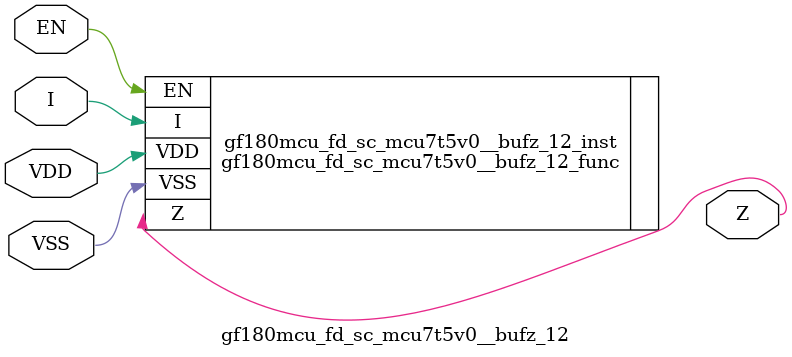
<source format=v>

module gf180mcu_fd_sc_mcu7t5v0__bufz_12( EN, I, Z, VDD, VSS );
input EN, I;
inout VDD, VSS;
output Z;

   `ifdef FUNCTIONAL  //  functional //

	gf180mcu_fd_sc_mcu7t5v0__bufz_12_func gf180mcu_fd_sc_mcu7t5v0__bufz_12_behav_inst(.EN(EN),.I(I),.Z(Z),.VDD(VDD),.VSS(VSS));

   `else

	gf180mcu_fd_sc_mcu7t5v0__bufz_12_func gf180mcu_fd_sc_mcu7t5v0__bufz_12_inst(.EN(EN),.I(I),.Z(Z),.VDD(VDD),.VSS(VSS));

	// spec_gates_begin


	// spec_gates_end



   specify

	// specify_block_begin

	// comb arc EN --> Z
	 (EN => Z) = (1.0,1.0);

	// comb arc I --> Z
	 (I => Z) = (1.0,1.0);

	// specify_block_end

   endspecify

   `endif

endmodule

</source>
